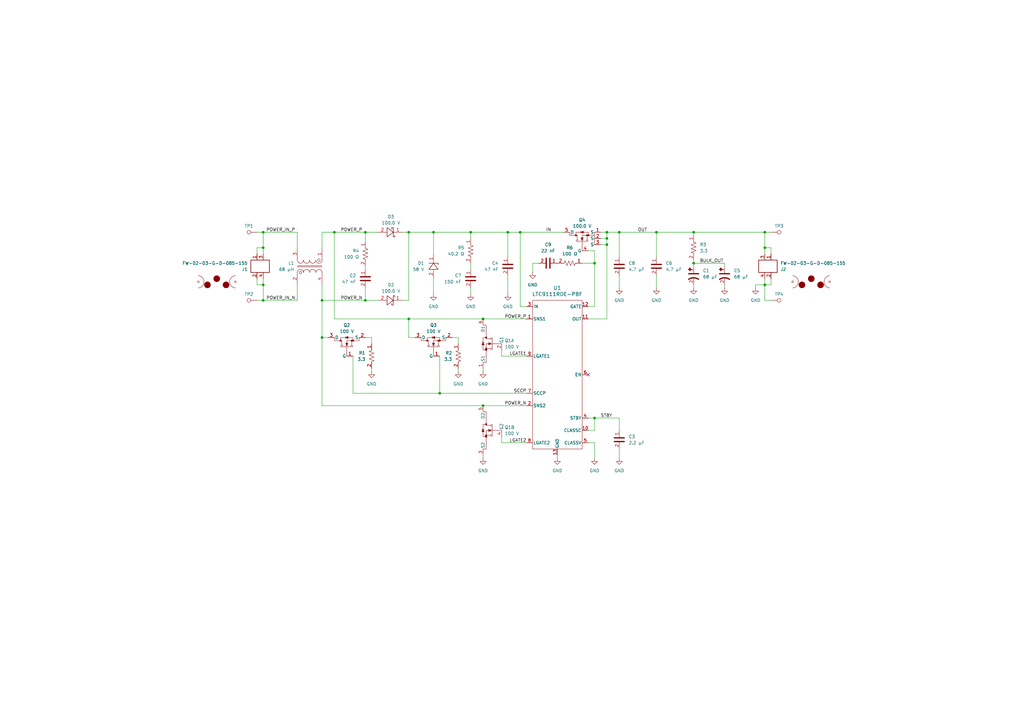
<source format=kicad_sch>
(kicad_sch (version 20231120) (generator "eeschema") (generator_version "8.0")
  (paper "A3")
  (lib_symbols
    (symbol "UNITED_CAPACITORS_DATA_BASE:C_50SVPK68M" (pin_names (offset 0.254))
      (property "Reference" "C" (at 0 5.08 0))
      (property "Value" "68 µF" (at 0 -5.08 0))
      (symbol "C_50SVPK68M_1_1"
        (pin unspecified line (at -3.81 0 0) (length 2.8) (name "") (number "1"))
        (pin unspecified line (at 3.81 0 180) (length 2.8) (name "") (number "2"))
      )
    )
    (symbol "UNITED_CAPACITORS_DATA_BASE:C_885012208119" (pin_names (offset 0.254))
      (property "Reference" "C" (at 0 5.08 0))
      (property "Value" "150 nF" (at 0 -5.08 0))
      (symbol "C_885012208119_1_1"
        (pin unspecified line (at -3.81 0 0) (length 2.8) (name "") (number "1"))
        (pin unspecified line (at 3.81 0 180) (length 2.8) (name "") (number "2"))
      )
    )
    (symbol "UNITED_CAPACITORS_DATA_BASE:C_C1608X7S2A473K080AB" (pin_names (offset 0.254))
      (property "Reference" "C" (at 0 5.08 0))
      (property "Value" "47 nF" (at 0 -5.08 0))
      (symbol "C_C1608X7S2A473K080AB_1_1"
        (pin unspecified line (at -3.81 0 0) (length 2.8) (name "") (number "1"))
        (pin unspecified line (at 3.81 0 180) (length 2.8) (name "") (number "2"))
      )
    )
    (symbol "UNITED_CAPACITORS_DATA_BASE:C_CGA3E2X7R2A223M080AA" (pin_names (offset 0.254))
      (property "Reference" "C" (at 0 5.08 0))
      (property "Value" "22 nF" (at 0 -5.08 0))
      (symbol "C_CGA3E2X7R2A223M080AA_1_1"
        (pin unspecified line (at -3.81 0 0) (length 2.8) (name "") (number "1"))
        (pin unspecified line (at 3.81 0 180) (length 2.8) (name "") (number "2"))
      )
    )
    (symbol "UNITED_CAPACITORS_DATA_BASE:C_GCM32DC72A475KE02L" (pin_names (offset 0.254))
      (property "Reference" "C" (at 0 5.08 0))
      (property "Value" "4.7 µF" (at 0 -5.08 0))
      (symbol "C_GCM32DC72A475KE02L_1_1"
        (pin unspecified line (at -3.81 0 0) (length 2.8) (name "") (number "1"))
        (pin unspecified line (at 3.81 0 180) (length 2.8) (name "") (number "2"))
      )
    )
    (symbol "UNITED_CAPACITORS_DATA_BASE:C_GRM155Z71A225KE44D" (pin_names (offset 0.254))
      (property "Reference" "C" (at 0 5.08 0))
      (property "Value" "2.2 µF" (at 0 -5.08 0))
      (symbol "C_GRM155Z71A225KE44D_1_1"
        (pin unspecified line (at -3.81 0 0) (length 2.8) (name "") (number "1"))
        (pin unspecified line (at 3.81 0 180) (length 2.8) (name "") (number "2"))
      )
    )
    (symbol "UNITED_CONNECTORS_DATA_BASE:J_FW-02-03-G-D-085-155" (pin_names (offset 0.254))
      (property "Reference" "J" (at 5.08 5.08 0))
      (property "Value" "FW-02-03-G-D-085-155" (at 5.08 -5.08 0))
      (symbol "J_FW-02-03-G-D-085-155_0_0"
        (pin unspecified line (at -5.08 1.27 0) (length 2.54) (name "") (number "1"))
        (pin unspecified line (at 5.08 1.27 180) (length 2.54) (name "") (number "2"))
        (pin unspecified line (at -5.08 -1.27 0) (length 2.54) (name "") (number "3"))
        (pin unspecified line (at 5.08 -1.27 180) (length 2.54) (name "") (number "4"))
      )
    )
    (symbol "UNITED_COUPLED_INDUCTORS_DATA_BASE:L_MSD1048-683ME" (pin_names (offset 0.254))
      (property "Reference" "L" (at 0 7.62 0))
      (property "Value" "68 µH" (at 0 -7.62 0))
      (symbol "L_MSD1048-683ME_1_1"
        (pin unspecified line (at -7.62 5.08 0) (length 5.08) (name "") (number "1"))
        (pin unspecified line (at 7.62 -5.08 180) (length 5.08) (name "") (number "2"))
        (pin unspecified line (at -7.62 -5.08 0) (length 5.08) (name "") (number "3"))
        (pin unspecified line (at 7.62 5.08 180) (length 5.08) (name "") (number "4"))
      )
    )
    (symbol "UNITED_DIODES_DATA_BASE:D_PMEG10020AELR" (pin_names (offset 0.254))
      (property "Reference" "D" (at 0 5.08 0))
      (property "Value" "100.0 V" (at 0 -5.08 0))
      (symbol "D_PMEG10020AELR_1_0"
        (pin unspecified line (at 5.08 0 180) (length 3.81) (name "") (number "1"))
        (pin unspecified line (at -5.08 0 0) (length 3.81) (name "") (number "2"))
      )
    )
    (symbol "UNITED_DIODES_DATA_BASE:D_PTVS58VP1UTP,115" (pin_names (offset 0.254))
      (property "Reference" "D" (at 0 5.08 0))
      (property "Value" "58 V" (at 0 -5.08 0))
      (symbol "D_PTVS58VP1UTP,115_1_0"
        (pin unspecified line (at 5.08 0 180) (length 3.81) (name "") (number "1"))
        (pin unspecified line (at -5.08 0 0) (length 3.81) (name "") (number "2"))
      )
    )
    (symbol "UNITED_IC_ADI:U_LTC9111RDE-PBF" (pin_names (offset 0.254))
      (property "Reference" "U" (at 10.16 33.02 0))
      (property "Value" "LTC9111RDE-PBF" (at 10.16 35.56 0))
      (symbol "U_LTC9111RDE-PBF_0_1"
        (pin input line (at -12.7 22.86 0) (length 2.54) (name "SNS1") (number "1"))
        (pin input line (at 12.7 -22.86 180) (length 2.54) (name "CLASSC") (number "10"))
        (pin power_in line (at 12.7 22.86 180) (length 2.54) (name "OUT") (number "11"))
        (pin power_in line (at 12.7 27.94 180) (length 2.54) (name "GATE") (number "12"))
        (pin power_out line (at 0 -33.02 90) (length 2.54) (name "GND") (number "13"))
        (pin input line (at -12.7 -12.7 0) (length 2.54) (name "SNS2") (number "2"))
        (pin power_in line (at -12.7 27.94 0) (length 2.54) (name "IN") (number "3"))
        (pin power_in line (at 12.7 -17.78 180) (length 2.54) (name "STBY") (number "4"))
        (pin input line (at 12.7 -27.94 180) (length 2.54) (name "CLASSV") (number "5"))
        (pin output line (at 12.7 0 180) (length 2.54) (name "EN") (number "6"))
        (pin power_in line (at -12.7 -7.62 0) (length 2.54) (name "SCCP") (number "7"))
        (pin power_in line (at -12.7 -27.94 0) (length 2.54) (name "LGATE2") (number "8"))
        (pin power_in line (at -12.7 7.62 0) (length 2.54) (name "LGATE1") (number "9"))
      )
    )
    (symbol "UNITED_MOUSE_BITES_DATA_BASE:mouse-bite-midle-50mil-200mil" (pin_names (offset 1.016)))
    (symbol "UNITED_RESISTORS_DATA_BASE:R_ERJ-3EKF1000V" (pin_names (offset 0.254))
      (property "Reference" "R" (at 0 2.54 0))
      (property "Value" "100 Ω" (at 0 -2.54 0))
      (symbol "R_ERJ-3EKF1000V_1_1"
        (pin unspecified line (at -5.08 0 0) (length 2.54) (name "") (number "1"))
        (pin unspecified line (at 5.08 0 180) (length 2.54) (name "") (number "2"))
      )
    )
    (symbol "UNITED_RESISTORS_DATA_BASE:R_ERJ-6DQJ3R3V" (pin_names (offset 0.254))
      (property "Reference" "R" (at 0 2.54 0))
      (property "Value" "3.3 Ω" (at 0 -2.54 0))
      (symbol "R_ERJ-6DQJ3R3V_1_1"
        (pin unspecified line (at -5.08 0 0) (length 2.54) (name "") (number "1"))
        (pin unspecified line (at 5.08 0 180) (length 2.54) (name "") (number "2"))
      )
    )
    (symbol "UNITED_RESISTORS_DATA_BASE:R_ERJ-6ENF40R2V" (pin_names (offset 0.254))
      (property "Reference" "R" (at 0 2.54 0))
      (property "Value" "40.2 Ω" (at 0 -2.54 0))
      (symbol "R_ERJ-6ENF40R2V_1_1"
        (pin unspecified line (at -5.08 0 0) (length 2.54) (name "") (number "1"))
        (pin unspecified line (at 5.08 0 180) (length 2.54) (name "") (number "2"))
      )
    )
    (symbol "UNITED_TEST_POINTS:TestPoint_Castelated" (pin_numbers hide) (pin_names (offset 0.762) hide)
      (property "Reference" "TP" (at 0 5.08 0))
      (symbol "TestPoint_Castelated_1_1"
        (pin passive line (at 0 0 90) (length 2.54) (name "1") (number "1"))
      )
    )
    (symbol "UNITED_TRANSISTORS_DATA_BASE:Q_BSS123WQ-7-F" (pin_names (offset 0.254))
      (property "Reference" "Q" (at 0 7.62 0))
      (property "Value" "100 V" (at 0 -7.62 0))
      (symbol "Q_BSS123WQ-7-F_1_0"
        (pin unspecified line (at 2.54 -6.35 180) (length 2.54) (name "G") (number "1"))
        (pin unspecified line (at 7.62 1.27 180) (length 2.54) (name "S") (number "2"))
        (pin unspecified line (at -7.62 1.27 0) (length 2.54) (name "D") (number "3"))
      )
    )
    (symbol "UNITED_TRANSISTORS_DATA_BASE:Q_BUK9K29-100E" (pin_names (offset 0.254))
      (property "Reference" "Q" (at 0 7.62 0))
      (property "Value" "100 V" (at 0 -7.62 0))
      (symbol "Q_BUK9K29-100E_1_0"
        (pin unspecified line (at 10.16 3.81 180) (length 2.54) (name "S1") (number "1"))
        (pin unspecified line (at 2.54 -3.81 180) (length 2.54) (name "G1") (number "2"))
        (pin unspecified line (at -10.16 3.81 0) (length 2.54) (name "D1") (number "6"))
      )
      (symbol "Q_BUK9K29-100E_2_0"
        (pin unspecified line (at 10.16 3.81 180) (length 2.54) (name "S2") (number "3"))
        (pin unspecified line (at 2.54 -3.81 180) (length 2.54) (name "G2") (number "4"))
        (pin unspecified line (at -10.16 3.81 0) (length 2.54) (name "D2") (number "5"))
      )
    )
    (symbol "UNITED_TRANSISTORS_DATA_BASE:Q_PSMN075-100MSEX" (pin_names (offset 0.254))
      (property "Reference" "Q" (at 0 7.62 0))
      (property "Value" "100.0 V" (at 0 -7.62 0))
      (symbol "Q_PSMN075-100MSEX_1_0"
        (pin unspecified line (at 7.62 1.27 180) (length 2.54) (name "S") (number "1"))
        (pin unspecified line (at 7.62 -1.27 180) (length 2.54) (name "S") (number "2"))
        (pin unspecified line (at 7.62 -3.81 180) (length 2.54) (name "S") (number "3"))
        (pin unspecified line (at 2.54 -6.35 180) (length 2.54) (name "G") (number "4"))
        (pin unspecified line (at -7.62 1.27 0) (length 2.54) (name "D") (number "5"))
      )
    )
    (symbol "power:GND" (power) (pin_numbers hide) (pin_names (offset 0) hide)
      (property "Value" "GND" (at 0 -3.81 0))
      (symbol "GND_1_1"
        (pin power_in line (at 0 0 270) (length 0) (name "~") (number "1"))
      )
    )
  )
  (junction (at 243.84 171.45))
  (junction (at 107.95 123.19))
  (junction (at 149.86 123.19))
  (junction (at 208.28 95.25))
  (junction (at 132.08 123.19))
  (junction (at 167.64 95.25))
  (junction (at 248.92 97.79))
  (junction (at 137.16 95.25))
  (junction (at 107.95 95.25))
  (junction (at 254 95.25))
  (junction (at 313.69 95.25))
  (junction (at 284.48 95.25))
  (junction (at 284.48 107.95))
  (junction (at 177.8 95.25))
  (junction (at 180.34 161.29))
  (junction (at 198.12 166.37))
  (junction (at 132.08 138.43))
  (junction (at 313.69 101.6))
  (junction (at 198.12 130.81))
  (junction (at 243.84 107.95))
  (junction (at 167.64 130.81))
  (junction (at 248.92 95.25))
  (junction (at 107.95 101.6))
  (junction (at 313.69 116.84))
  (junction (at 107.95 116.84))
  (junction (at 149.86 95.25))
  (junction (at 213.36 95.25))
  (junction (at 269.24 95.25))
  (junction (at 248.92 100.33))
  (junction (at 193.04 95.25))
  (no_connect (at 241.3 153.67))
  (wire (pts (xy 132.08 138.43) (xy 134.62 138.43)))
  (wire (pts (xy 198.12 186.69) (xy 198.12 187.96)))
  (wire (pts (xy 254 184.15) (xy 254 187.96)))
  (wire (pts (xy 167.64 130.81) (xy 167.64 138.43)))
  (wire (pts (xy 132.08 166.37) (xy 198.12 166.37)))
  (wire (pts (xy 152.4 140.97) (xy 152.4 138.43)))
  (wire (pts (xy 177.8 104.14) (xy 177.8 95.25)))
  (wire (pts (xy 193.04 118.11) (xy 193.04 120.65)))
  (wire (pts (xy 107.95 114.3) (xy 107.95 116.84)))
  (wire (pts (xy 269.24 95.25) (xy 284.48 95.25)))
  (wire (pts (xy 254 95.25) (xy 269.24 95.25)))
  (wire (pts (xy 105.41 95.25) (xy 107.95 95.25)))
  (wire (pts (xy 187.96 138.43) (xy 185.42 138.43)))
  (wire (pts (xy 152.4 151.13) (xy 152.4 152.4)))
  (wire (pts (xy 246.38 95.25) (xy 248.92 95.25)))
  (wire (pts (xy 218.44 107.95) (xy 218.44 111.76)))
  (wire (pts (xy 243.84 171.45) (xy 254 171.45)))
  (wire (pts (xy 137.16 130.81) (xy 167.64 130.81)))
  (wire (pts (xy 187.96 151.13) (xy 187.96 152.4)))
  (wire (pts (xy 284.48 96.52) (xy 284.48 95.25)))
  (wire (pts (xy 132.08 138.43) (xy 132.08 166.37)))
  (wire (pts (xy 149.86 95.25) (xy 154.94 95.25)))
  (wire (pts (xy 254 176.53) (xy 254 171.45)))
  (wire (pts (xy 243.84 171.45) (xy 243.84 176.53)))
  (wire (pts (xy 254 95.25) (xy 254 105.41)))
  (wire (pts (xy 284.48 95.25) (xy 313.69 95.25)))
  (wire (pts (xy 205.74 146.05) (xy 215.9 146.05)))
  (wire (pts (xy 269.24 95.25) (xy 269.24 105.41)))
  (wire (pts (xy 248.92 97.79) (xy 248.92 100.33)))
  (wire (pts (xy 213.36 95.25) (xy 213.36 125.73)))
  (wire (pts (xy 243.84 181.61) (xy 243.84 187.96)))
  (wire (pts (xy 107.95 104.14) (xy 107.95 101.6)))
  (wire (pts (xy 284.48 107.95) (xy 284.48 109.22)))
  (wire (pts (xy 105.41 101.6) (xy 107.95 101.6)))
  (wire (pts (xy 218.44 107.95) (xy 220.98 107.95)))
  (wire (pts (xy 313.69 114.3) (xy 313.69 116.84)))
  (wire (pts (xy 105.41 114.3) (xy 105.41 116.84)))
  (wire (pts (xy 167.64 95.25) (xy 167.64 123.19)))
  (wire (pts (xy 284.48 106.68) (xy 284.48 107.95)))
  (wire (pts (xy 309.88 118.11) (xy 309.88 116.84)))
  (wire (pts (xy 167.64 95.25) (xy 165.1 95.25)))
  (wire (pts (xy 248.92 95.25) (xy 254 95.25)))
  (wire (pts (xy 165.1 123.19) (xy 167.64 123.19)))
  (wire (pts (xy 149.86 123.19) (xy 154.94 123.19)))
  (wire (pts (xy 121.92 101.6) (xy 121.92 95.25)))
  (wire (pts (xy 180.34 161.29) (xy 180.34 146.05)))
  (wire (pts (xy 198.12 151.13) (xy 198.12 152.4)))
  (wire (pts (xy 241.3 130.81) (xy 248.92 130.81)))
  (wire (pts (xy 177.8 95.25) (xy 193.04 95.25)))
  (wire (pts (xy 248.92 97.79) (xy 248.92 95.25)))
  (wire (pts (xy 297.18 107.95) (xy 284.48 107.95)))
  (wire (pts (xy 208.28 113.03) (xy 208.28 120.65)))
  (wire (pts (xy 149.86 118.11) (xy 149.86 123.19)))
  (wire (pts (xy 248.92 97.79) (xy 246.38 97.79)))
  (wire (pts (xy 187.96 138.43) (xy 187.96 140.97)))
  (wire (pts (xy 243.84 181.61) (xy 241.3 181.61)))
  (wire (pts (xy 241.3 125.73) (xy 243.84 125.73)))
  (wire (pts (xy 167.64 138.43) (xy 170.18 138.43)))
  (wire (pts (xy 193.04 107.95) (xy 193.04 110.49)))
  (wire (pts (xy 137.16 95.25) (xy 137.16 130.81)))
  (wire (pts (xy 180.34 161.29) (xy 215.9 161.29)))
  (wire (pts (xy 309.88 116.84) (xy 313.69 116.84)))
  (wire (pts (xy 107.95 95.25) (xy 121.92 95.25)))
  (wire (pts (xy 248.92 100.33) (xy 246.38 100.33)))
  (wire (pts (xy 205.74 181.61) (xy 215.9 181.61)))
  (wire (pts (xy 132.08 123.19) (xy 132.08 138.43)))
  (wire (pts (xy 313.69 95.25) (xy 316.23 95.25)))
  (wire (pts (xy 132.08 116.84) (xy 132.08 123.19)))
  (wire (pts (xy 316.23 104.14) (xy 316.23 101.6)))
  (wire (pts (xy 167.64 130.81) (xy 198.12 130.81)))
  (wire (pts (xy 107.95 116.84) (xy 107.95 123.19)))
  (wire (pts (xy 297.18 116.84) (xy 297.18 118.11)))
  (wire (pts (xy 198.12 166.37) (xy 215.9 166.37)))
  (wire (pts (xy 205.74 143.51) (xy 205.74 146.05)))
  (wire (pts (xy 313.69 95.25) (xy 313.69 101.6)))
  (wire (pts (xy 254 113.03) (xy 254 118.11)))
  (wire (pts (xy 243.84 107.95) (xy 243.84 125.73)))
  (wire (pts (xy 121.92 116.84) (xy 121.92 123.19)))
  (wire (pts (xy 243.84 102.87) (xy 241.3 102.87)))
  (wire (pts (xy 105.41 104.14) (xy 105.41 101.6)))
  (wire (pts (xy 107.95 123.19) (xy 121.92 123.19)))
  (wire (pts (xy 231.14 95.25) (xy 213.36 95.25)))
  (wire (pts (xy 208.28 95.25) (xy 213.36 95.25)))
  (wire (pts (xy 297.18 109.22) (xy 297.18 107.95)))
  (wire (pts (xy 198.12 130.81) (xy 215.9 130.81)))
  (wire (pts (xy 105.41 123.19) (xy 107.95 123.19)))
  (wire (pts (xy 132.08 95.25) (xy 132.08 101.6)))
  (wire (pts (xy 228.6 186.69) (xy 228.6 187.96)))
  (wire (pts (xy 152.4 138.43) (xy 149.86 138.43)))
  (wire (pts (xy 313.69 116.84) (xy 316.23 116.84)))
  (wire (pts (xy 144.78 146.05) (xy 144.78 161.29)))
  (wire (pts (xy 313.69 116.84) (xy 313.69 123.19)))
  (wire (pts (xy 167.64 95.25) (xy 177.8 95.25)))
  (wire (pts (xy 284.48 116.84) (xy 284.48 118.11)))
  (wire (pts (xy 269.24 113.03) (xy 269.24 118.11)))
  (wire (pts (xy 313.69 104.14) (xy 313.69 101.6)))
  (wire (pts (xy 316.23 123.19) (xy 313.69 123.19)))
  (wire (pts (xy 144.78 161.29) (xy 180.34 161.29)))
  (wire (pts (xy 193.04 95.25) (xy 208.28 95.25)))
  (wire (pts (xy 149.86 95.25) (xy 149.86 99.06)))
  (wire (pts (xy 313.69 101.6) (xy 316.23 101.6)))
  (wire (pts (xy 213.36 125.73) (xy 215.9 125.73)))
  (wire (pts (xy 132.08 123.19) (xy 149.86 123.19)))
  (wire (pts (xy 243.84 171.45) (xy 241.3 171.45)))
  (wire (pts (xy 105.41 116.84) (xy 107.95 116.84)))
  (wire (pts (xy 193.04 95.25) (xy 193.04 97.79)))
  (wire (pts (xy 241.3 176.53) (xy 243.84 176.53)))
  (wire (pts (xy 248.92 130.81) (xy 248.92 100.33)))
  (wire (pts (xy 243.84 107.95) (xy 243.84 102.87)))
  (wire (pts (xy 205.74 181.61) (xy 205.74 179.07)))
  (wire (pts (xy 316.23 114.3) (xy 316.23 116.84)))
  (wire (pts (xy 107.95 95.25) (xy 107.95 101.6)))
  (wire (pts (xy 177.8 114.3) (xy 177.8 120.65)))
  (wire (pts (xy 238.76 107.95) (xy 243.84 107.95)))
  (wire (pts (xy 149.86 109.22) (xy 149.86 110.49)))
  (wire (pts (xy 137.16 95.25) (xy 149.86 95.25)))
  (wire (pts (xy 132.08 95.25) (xy 137.16 95.25)))
  (wire (pts (xy 208.28 95.25) (xy 208.28 105.41)))
  (label "POWER_IN_N" (at 109.22 123.19 0))
  (label "POWER_P" (at 139.7 95.25 0))
  (label "OUT" (at 261.62 95.25 0))
  (label "LGATE1" (at 215.9 146.05 180))
  (label "BULK_OUT" (at 287.02 107.95 0))
  (label "POWER_P" (at 215.9 130.81 180))
  (label "IN" (at 226.06 95.25 180))
  (label "SCCP" (at 215.9 161.29 180))
  (label "POWER_N" (at 139.7 123.19 0))
  (label "POWER_IN_P" (at 109.22 95.25 0))
  (label "STBY" (at 246.38 171.45 0))
  (label "LGATE2" (at 215.9 181.61 180))
  (label "POWER_N" (at 215.9 166.37 180))
  (symbol (lib_id "power:GND") (at 254 187.96 0) (unit 1)
    (property "Reference" "#PWR012" (effects (hide yes)))
    (property "Value" "GND" (at 254 193.04 0))
    (property "Description" "Power symbol creates a global label with name \"GND\" , ground" (effects (hide yes)))
  )
  (symbol (lib_id "UNITED_COUPLED_INDUCTORS_DATA_BASE:L_MSD1048-683ME") (at 127 109.22 270) (unit 1)
    (property "Reference" "L1" (at 120.65 107.9499 90) (effects (justify right)))
    (property "Value" "68 µH" (at 120.65 110.4899 90) (effects (justify right)))
    (property "Footprint" "coupled_inductor_footprints:MSD1048" (effects (hide yes)))
    (property "Datasheet" "https://www.coilcraft.com/getmedia/2945f640-8140-48a6-993e-28832f57720a/msd1048.pdf" (effects (hide yes)))
    (property "Description" "COUPLED INDUCTOR SMD 68 µH ±20%" (effects (hide yes)))
    (property "MPN" "MSD1048-683ME" (effects (hide yes)))
    (property "Manufacturer" "Coilcraft" (effects (hide yes)))
    (property "Maximum DC Current (A)" "1.4" (effects (hide yes)))
    (property "Maximum DC Resistance (Ω)" "0.297" (effects (hide yes)))
    (property "Series" "MSD1048" (effects (hide yes)))
    (property "Symbol Name" "L_MSD1048-683ME" (effects (hide yes)))
    (property "Tolerance" "±20%" (effects (hide yes)))
    (property "Trustedparts Search" "https://www.trustedparts.com/en/search/MSD1048-683ME" (effects (hide yes)))
  )
  (symbol (lib_id "power:GND") (at 208.28 120.65 0) (unit 1)
    (property "Reference" "#PWR07" (effects (hide yes)))
    (property "Value" "GND" (at 208.28 125.73 0))
    (property "Description" "Power symbol creates a global label with name \"GND\" , ground" (effects (hide yes)))
  )
  (symbol (lib_id "UNITED_CAPACITORS_DATA_BASE:C_C1608X7S2A473K080AB") (at 149.86 114.3 270) (unit 1)
    (property "Reference" "C2" (at 146.05 113.0299 90) (effects (justify right)))
    (property "Value" "47 nF" (at 146.05 115.5699 90) (effects (justify right)))
    (property "Footprint" "capacitor_footprints:C_0603_1608Metric" (effects (hide yes)))
    (property "Datasheet" "https://product.tdk.com/en/search/capacitor/ceramic/mlcc/info?part_no=C1608X7S2A473K080AB" (effects (hide yes)))
    (property "Description" "CAP SMD 47 nF X7S 10% 0603 100V" (effects (hide yes)))
    (property "MPN" "C1608X7S2A473K080AB" (effects (hide yes)))
    (property "Voltage Rating DC" "100 VDC " (effects (hide yes)))
    (property "Tolerance" "10%" (effects (hide yes)))
    (property "Symbol Name" "C_C1608X7S2A473K080AB" (effects (hide yes)))
    (property "Manufacturer" "TDK" (effects (hide yes)))
    (property "Case Code - in" "0603" (effects (hide yes)))
    (property "Case Code - mm" "1608" (effects (hide yes)))
    (property "Dielectric" "X7S" (effects (hide yes)))
    (property "Series" "C1608X7S2A" (effects (hide yes)))
    (property "Trustedparts Search" "https://www.trustedparts.com/en/search/C1608X7S2A473K080AB" (effects (hide yes)))
    (property "Voltage Rating" "100V" (effects (hide yes)))
  )
  (symbol (lib_id "UNITED_MOUSE_BITES_DATA_BASE:mouse-bite-midle-50mil-200mil") (at 88.9 115.57 0) (unit 1)
    (property "Reference" "MB1" (effects (hide yes)))
    (property "Value" "mouse-bite-midle-50mil-200mil" (effects (hide yes)))
    (property "Footprint" "mouse_bite_footprints:mouse-bite-midle-50mil-200mil" (effects (hide yes)))
  )
  (symbol (lib_id "power:GND") (at 218.44 111.76 0) (unit 1)
    (property "Reference" "#PWR08" (effects (hide yes)))
    (property "Value" "GND" (at 218.44 116.84 0))
    (property "Description" "Power symbol creates a global label with name \"GND\" , ground" (effects (hide yes)))
  )
  (symbol (lib_id "power:GND") (at 284.48 118.11 0) (unit 1)
    (property "Reference" "#PWR014" (effects (hide yes)))
    (property "Value" "GND" (at 284.48 123.19 0))
    (property "Description" "Power symbol creates a global label with name \"GND\" , ground" (effects (hide yes)))
  )
  (symbol (lib_id "UNITED_RESISTORS_DATA_BASE:R_ERJ-6DQJ3R3V") (at 187.96 146.05 90) (mirror x) (unit 1)
    (property "Reference" "R2" (at 185.42 144.7799 90) (effects (justify left)))
    (property "Value" "3.3" (at 185.42 147.3199 90) (effects (justify left)))
    (property "Footprint" "resistor_footprints:R_0805_2012Metric" (effects (hide yes)))
    (property "Datasheet" "https://industrial.panasonic.com/cdbs/www-data/pdf/RDN0000/AOA0000C313.pdf" (effects (hide yes)))
    (property "Description" "RES SMD 3.3 Ω 5% 0805 150V" (effects (hide yes)))
    (property "MPN" "ERJ-6DQJ3R3V" (effects (hide yes)))
    (property "Voltage Rating" "150V" (effects (hide yes)))
    (property "Manufacturer" "Panasonic" (effects (hide yes)))
    (property "Tolerance" "5%" (effects (hide yes)))
    (property "Symbol Name" "R_ERJ-6DQJ3R3V" (effects (hide yes)))
    (property "Case Code - in" "0805" (effects (hide yes)))
    (property "Case Code - mm" "2012" (effects (hide yes)))
    (property "Series" "ERJ-6DQJ" (effects (hide yes)))
    (property "Temperature Coefficient" "100 ppm/°C" (effects (hide yes)))
    (property "Trustedparts Search" "https://www.trustedparts.com/en/search/ERJ-6DQJ3R3V" (effects (hide yes)))
  )
  (symbol (lib_id "UNITED_RESISTORS_DATA_BASE:R_ERJ-6DQJ3R3V") (at 152.4 146.05 90) (mirror x) (unit 1)
    (property "Reference" "R1" (at 149.86 144.7799 90) (effects (justify left)))
    (property "Value" "3.3" (at 149.86 147.3199 90) (effects (justify left)))
    (property "Footprint" "resistor_footprints:R_0805_2012Metric" (effects (hide yes)))
    (property "Datasheet" "https://industrial.panasonic.com/cdbs/www-data/pdf/RDN0000/AOA0000C313.pdf" (effects (hide yes)))
    (property "Description" "RES SMD 3.3 Ω 5% 0805 150V" (effects (hide yes)))
    (property "MPN" "ERJ-6DQJ3R3V" (effects (hide yes)))
    (property "Voltage Rating" "150V" (effects (hide yes)))
    (property "Manufacturer" "Panasonic" (effects (hide yes)))
    (property "Tolerance" "5%" (effects (hide yes)))
    (property "Symbol Name" "R_ERJ-6DQJ3R3V" (effects (hide yes)))
    (property "Case Code - in" "0805" (effects (hide yes)))
    (property "Case Code - mm" "2012" (effects (hide yes)))
    (property "Series" "ERJ-6DQJ" (effects (hide yes)))
    (property "Temperature Coefficient" "100 ppm/°C" (effects (hide yes)))
    (property "Trustedparts Search" "https://www.trustedparts.com/en/search/ERJ-6DQJ3R3V" (effects (hide yes)))
  )
  (symbol (lib_id "power:GND") (at 243.84 187.96 0) (unit 1)
    (property "Reference" "#PWR010" (effects (hide yes)))
    (property "Value" "GND" (at 243.84 193.04 0))
    (property "Description" "Power symbol creates a global label with name \"GND\" , ground" (effects (hide yes)))
  )
  (symbol (lib_id "power:GND") (at 254 118.11 0) (unit 1)
    (property "Reference" "#PWR011" (effects (hide yes)))
    (property "Value" "GND" (at 254 123.19 0))
    (property "Description" "Power symbol creates a global label with name \"GND\" , ground" (effects (hide yes)))
  )
  (symbol (lib_id "UNITED_DIODES_DATA_BASE:D_PMEG10020AELR") (at 160.02 95.25 0) (unit 1)
    (property "Reference" "D3" (at 160.3375 88.9 0))
    (property "Value" "100.0 V" (at 160.3375 91.44 0))
    (property "Footprint" "diode_footprints:SOD123W" (effects (hide yes)))
    (property "Datasheet" "https://assets.nexperia.com/documents/data-sheet/PMEG10020AELR.pdf" (effects (hide yes)))
    (property "Description" "Schottky SMD 100.0 V" (effects (hide yes)))
    (property "Diode Type" "Schottky" (effects (hide yes)))
    (property "MPN" "PMEG10020AELR" (effects (hide yes)))
    (property "Manufacturer" "Nexperia" (effects (hide yes)))
    (property "Maximum DC Current (A)" "2.0" (effects (hide yes)))
    (property "Series" "PMEG10020AELR" (effects (hide yes)))
    (property "Symbol Name" "D_PMEG10020AELR" (effects (hide yes)))
    (property "Trustedparts Search" "https://www.trustedparts.com/en/search/PMEG10020AELR" (effects (hide yes)))
  )
  (symbol (lib_id "UNITED_RESISTORS_DATA_BASE:R_ERJ-6DQJ3R3V") (at 284.48 101.6 270) (unit 1)
    (property "Reference" "R3" (at 287.02 100.3299 90) (effects (justify left)))
    (property "Value" "3.3" (at 287.02 102.8699 90) (effects (justify left)))
    (property "Footprint" "resistor_footprints:R_0805_2012Metric" (effects (hide yes)))
    (property "Datasheet" "https://industrial.panasonic.com/cdbs/www-data/pdf/RDN0000/AOA0000C313.pdf" (effects (hide yes)))
    (property "Description" "RES SMD 3.3 Ω 5% 0805 150V" (effects (hide yes)))
    (property "MPN" "ERJ-6DQJ3R3V" (effects (hide yes)))
    (property "Voltage Rating" "150V" (effects (hide yes)))
    (property "Manufacturer" "Panasonic" (effects (hide yes)))
    (property "Tolerance" "5%" (effects (hide yes)))
    (property "Symbol Name" "R_ERJ-6DQJ3R3V" (effects (hide yes)))
    (property "Case Code - in" "0805" (effects (hide yes)))
    (property "Case Code - mm" "2012" (effects (hide yes)))
    (property "Series" "ERJ-6DQJ" (effects (hide yes)))
    (property "Temperature Coefficient" "100 ppm/°C" (effects (hide yes)))
    (property "Trustedparts Search" "https://www.trustedparts.com/en/search/ERJ-6DQJ3R3V" (effects (hide yes)))
  )
  (symbol (lib_id "UNITED_IC_ADI:U_LTC9111RDE-PBF") (at 228.6 153.67 0) (unit 1)
    (property "Reference" "U1" (at 228.6 118.11 0) (effects (font (size 1.524 1.524))))
    (property "Value" "LTC9111RDE-PBF" (at 228.6 120.65 0) (effects (font (size 1.524 1.524))))
    (property "Footprint" "analog_devices_footprints:05-08-1695_ADI" (effects (hide yes)))
    (property "Datasheet" "https://www.analog.com/media/en/technical-documentation/data-sheets/ltc9111.pdf" (effects (hide yes)))
    (property "Description" "Industrial SPoE PD Controller" (effects (hide yes)))
    (property "MPN" "LTC9111RDE-PBF" (effects (hide yes)))
  )
  (symbol (lib_id "UNITED_RESISTORS_DATA_BASE:R_ERJ-6ENF40R2V") (at 193.04 102.87 270) (unit 1)
    (property "Reference" "R5" (at 190.5 101.5999 90) (effects (justify right)))
    (property "Value" "40.2 Ω" (at 190.5 104.1399 90) (effects (justify right)))
    (property "Footprint" "resistor_footprints:R_0805_2012Metric" (effects (hide yes)))
    (property "Datasheet" "https://industrial.panasonic.com/cdbs/www-data/pdf/RDA0000/AOA0000C304.pdf" (effects (hide yes)))
    (property "Description" "RES SMD 40.2 Ω 1% 0805 150V" (effects (hide yes)))
    (property "MPN" "ERJ-6ENF40R2V" (effects (hide yes)))
    (property "Voltage Rating" "150V" (effects (hide yes)))
    (property "Manufacturer" "Panasonic" (effects (hide yes)))
    (property "Tolerance" "1%" (effects (hide yes)))
    (property "Symbol Name" "R_ERJ-6ENF40R2V" (effects (hide yes)))
    (property "Case Code - in" "0805" (effects (hide yes)))
    (property "Case Code - mm" "2012" (effects (hide yes)))
    (property "Series" "ERJ-6ENF" (effects (hide yes)))
    (property "Temperature Coefficient" "100 ppm/°C" (effects (hide yes)))
    (property "Trustedparts Search" "https://www.trustedparts.com/en/search/ERJ-6ENF40R2V" (effects (hide yes)))
  )
  (symbol (lib_id "UNITED_CONNECTORS_DATA_BASE:J_FW-02-03-G-D-085-155") (at 106.68 109.22 90) (mirror x) (unit 1)
    (property "Reference" "J1" (at 101.6 110.4901 90) (effects (justify left)))
    (property "Value" "FW-02-03-G-D-085-155" (at 101.6 107.9501 90) (effects (justify left)))
    (property "Footprint" "connector_footprints:FW-02-03-G-D-085-155" (effects (hide yes)))
    (property "Datasheet" "https://suddendocs.samtec.com/catalog_english/fw_sm.pdf?_gl=1*1xtxv9c*_gcl_au*MTM0MTYyNTQ5MS4xNzM2MDk5MTUz*_ga*MTYxNDYyMTQ0Mi4xNzM2MDk5MTUz*_ga_3KFNZC07WW*MTczODE2NTI0NS4zMi4xLjE3MzgxNjU1NjMuNjAuMC4w" (effects (hide yes)))
    (property "Description" "Samtec FW-xx-03-G-D-085-155 series,  2 positions connector,  1.27 mm pitch,  Black,  Vertical mounting,  5.2 A,  300 V,  Surface Mount,  Gold plated" (effects (hide yes)))
    (property "Color" "Black" (effects (hide yes)))
    (property "Contact Plating" "Gold" (effects (hide yes)))
    (property "Current Rating (A)" "5.2" (effects (hide yes)))
    (property "MPN" "FW-02-03-G-D-085-155" (effects (hide yes)))
    (property "Manufacturer" "Samtec" (effects (hide yes)))
    (property "Mounting Angle" "Vertical" (effects (hide yes)))
    (property "Mounting Style" "Surface Mount" (effects (hide yes)))
    (property "Number of Rows" "2" (effects (hide yes)))
    (property "Pin Count" "2" (effects (hide yes)))
    (property "Pitch (mm)" "1.27" (effects (hide yes)))
    (property "Series" "FW-xx-03-G-D-085-155" (effects (hide yes)))
    (property "Symbol Name" "J_FW-02-03-G-D-085-155" (effects (hide yes)))
    (property "Trustedparts Search" "https://www.trustedparts.com/en/search/FW-02-03-G-D-085-155" (effects (hide yes)))
    (property "Voltage Rating (V)" "300" (effects (hide yes)))
  )
  (symbol (lib_id "power:GND") (at 198.12 152.4 0) (unit 1)
    (property "Reference" "#PWR05" (effects (hide yes)))
    (property "Value" "GND" (at 198.12 157.48 0))
    (property "Description" "Power symbol creates a global label with name \"GND\" , ground" (effects (hide yes)))
  )
  (symbol (lib_id "UNITED_RESISTORS_DATA_BASE:R_ERJ-3EKF1000V") (at 149.86 104.14 270) (unit 1)
    (property "Reference" "R4" (at 147.32 102.8699 90) (effects (justify right)))
    (property "Value" "100 Ω" (at 147.32 105.4099 90) (effects (justify right)))
    (property "Footprint" "resistor_footprints:R_0603_1608Metric" (effects (hide yes)))
    (property "Datasheet" "https://industrial.panasonic.com/cdbs/www-data/pdf/RDA0000/AOA0000C304.pdf" (effects (hide yes)))
    (property "Description" "RES SMD 100 Ω 1% 0603 75V" (effects (hide yes)))
    (property "MPN" "ERJ-3EKF1000V" (effects (hide yes)))
    (property "Voltage Rating" "75V" (effects (hide yes)))
    (property "Manufacturer" "Panasonic" (effects (hide yes)))
    (property "Tolerance" "1%" (effects (hide yes)))
    (property "Symbol Name" "R_ERJ-3EKF1000V" (effects (hide yes)))
    (property "Case Code - in" "0603" (effects (hide yes)))
    (property "Case Code - mm" "1608" (effects (hide yes)))
    (property "Series" "ERJ-3EKF" (effects (hide yes)))
    (property "Temperature Coefficient" "100 ppm/°C" (effects (hide yes)))
    (property "Trustedparts Search" "https://www.trustedparts.com/en/search/ERJ-3EKF1000V" (effects (hide yes)))
  )
  (symbol (lib_id "UNITED_CAPACITORS_DATA_BASE:C_885012208119") (at 193.04 114.3 90) (mirror x) (unit 1)
    (property "Reference" "C7" (at 189.23 113.0299 90) (effects (justify left)))
    (property "Value" "150 nF" (at 189.23 115.5699 90) (effects (justify left)))
    (property "Footprint" "capacitor_footprints:C_1206_3216Metric" (effects (hide yes)))
    (property "Datasheet" "https://www.we-online.com/components/products/datasheet/885012208119.pdf885012208119" (effects (hide yes)))
    (property "Description" "CAP SMD 150 nF X7R 10% 1206 100V" (effects (hide yes)))
    (property "MPN" "885012208119" (effects (hide yes)))
    (property "Voltage Rating DC" "100 VDC " (effects (hide yes)))
    (property "Tolerance" "10%" (effects (hide yes)))
    (property "Symbol Name" "C_885012208119" (effects (hide yes)))
    (property "Manufacturer" "Wurth Elektronik" (effects (hide yes)))
    (property "Case Code - in" "1206" (effects (hide yes)))
    (property "Case Code - mm" "3216" (effects (hide yes)))
    (property "Dielectric" "X7R" (effects (hide yes)))
    (property "Series" "885012208119" (effects (hide yes)))
    (property "Trustedparts Search" "https://www.trustedparts.com/en/search/885012208119" (effects (hide yes)))
    (property "Voltage Rating" "100V" (effects (hide yes)))
  )
  (symbol (lib_id "UNITED_CAPACITORS_DATA_BASE:C_GCM32DC72A475KE02L") (at 269.24 109.22 270) (unit 1)
    (property "Reference" "C6" (at 273.05 107.9499 90) (effects (justify left)))
    (property "Value" "4.7 µF" (at 273.05 110.4899 90) (effects (justify left)))
    (property "Footprint" "capacitor_footprints:C_1210_200_3225Metric" (effects (hide yes)))
    (property "Datasheet" "https://search.murata.co.jp/Ceramy/image/img/A01X/G101/ENG/GCM32DC72A475KE02-01.pdf" (effects (hide yes)))
    (property "Description" "CAP SMD 4.7 µF X7S 10% 1210_200 100V" (effects (hide yes)))
    (property "MPN" "GCM32DC72A475KE02L" (effects (hide yes)))
    (property "Voltage Rating DC" "100 VDC " (effects (hide yes)))
    (property "Tolerance" "10%" (effects (hide yes)))
    (property "Symbol Name" "C_GCM32DC72A475KE02L" (effects (hide yes)))
    (property "Manufacturer" "Murata Electronics" (effects (hide yes)))
    (property "Case Code - in" "1210_200" (effects (hide yes)))
    (property "Case Code - mm" "3225" (effects (hide yes)))
    (property "Dielectric" "X7S" (effects (hide yes)))
    (property "Series" "GCM32DC72A" (effects (hide yes)))
    (property "Trustedparts Search" "https://www.trustedparts.com/en/search/GCM32DC72A475KE02L" (effects (hide yes)))
    (property "Voltage Rating" "100V" (effects (hide yes)))
    (property "3dviewer Link" "https://3dviewer.net/index.html#model=https://github.com/ionutms/KiCAD_Symbols_Generator/blob/main/3D_models/C_1210.step" (effects (hide yes)))
    (property "Capacitor Type" "Ceramic" (effects (hide yes)))
  )
  (symbol (lib_id "UNITED_TEST_POINTS:TestPoint_Castelated") (at 316.23 95.25 270) (mirror x) (unit 1)
    (property "Reference" "TP3" (at 319.532 92.71 90))
    (property "Value" "TestPoint" (effects (hide yes)))
    (property "Footprint" "test_point_footprints:TestPoint_THTPad_Castelated" (effects (hide yes)))
    (property "Description" "test point" (effects (hide yes)))
  )
  (symbol (lib_id "UNITED_DIODES_DATA_BASE:D_PMEG10020AELR") (at 160.02 123.19 0) (mirror x) (unit 1)
    (property "Reference" "D2" (at 160.3375 116.84 0))
    (property "Value" "100.0 V" (at 160.3375 119.38 0))
    (property "Footprint" "diode_footprints:SOD123W" (effects (hide yes)))
    (property "Datasheet" "https://assets.nexperia.com/documents/data-sheet/PMEG10020AELR.pdf" (effects (hide yes)))
    (property "Description" "Schottky SMD 100.0 V" (effects (hide yes)))
    (property "Diode Type" "Schottky" (effects (hide yes)))
    (property "MPN" "PMEG10020AELR" (effects (hide yes)))
    (property "Manufacturer" "Nexperia" (effects (hide yes)))
    (property "Maximum DC Current (A)" "2.0" (effects (hide yes)))
    (property "Series" "PMEG10020AELR" (effects (hide yes)))
    (property "Symbol Name" "D_PMEG10020AELR" (effects (hide yes)))
    (property "Trustedparts Search" "https://www.trustedparts.com/en/search/PMEG10020AELR" (effects (hide yes)))
  )
  (symbol (lib_id "power:GND") (at 193.04 120.65 0) (unit 1)
    (property "Reference" "#PWR04" (effects (hide yes)))
    (property "Value" "GND" (at 193.04 125.73 0))
    (property "Description" "Power symbol creates a global label with name \"GND\" , ground" (effects (hide yes)))
  )
  (symbol (lib_id "UNITED_TRANSISTORS_DATA_BASE:Q_BSS123WQ-7-F") (at 177.8 139.7 0) (unit 1)
    (property "Reference" "Q3" (at 177.8 133.35 0))
    (property "Value" "100 V" (at 177.8 135.89 0))
    (property "Footprint" "transistor_footprints:SOT-323" (effects (hide yes)))
    (property "Datasheet" "https://www.diodes.com/assets/Datasheets/BSS123WQ.pdf" (effects (hide yes)))
    (property "Description" "Transistor 100 V" (effects (hide yes)))
    (property "MPN" "BSS123WQ-7-F" (effects (hide yes)))
    (property "Drain Current (A)" "0.2" (effects (hide yes)))
    (property "Manufacturer" "Diodes Incorporated" (effects (hide yes)))
    (property "Series" "BSS123WQ-7-F" (effects (hide yes)))
    (property "Symbol Name" "Q_BSS123WQ-7-F" (effects (hide yes)))
    (property "Transistor Type" "N-Channel" (effects (hide yes)))
    (property "Trustedparts Search" "https://www.trustedparts.com/en/search/BSS123WQ-7-F" (effects (hide yes)))
  )
  (symbol (lib_id "UNITED_CONNECTORS_DATA_BASE:J_FW-02-03-G-D-085-155") (at 314.96 109.22 270) (unit 1)
    (property "Reference" "J2" (at 320.04 110.4901 90) (effects (justify left)))
    (property "Value" "FW-02-03-G-D-085-155" (at 320.04 107.9501 90) (effects (justify left)))
    (property "Footprint" "connector_footprints:FW-02-03-G-D-085-155" (effects (hide yes)))
    (property "Datasheet" "https://suddendocs.samtec.com/catalog_english/fw_sm.pdf?_gl=1*1xtxv9c*_gcl_au*MTM0MTYyNTQ5MS4xNzM2MDk5MTUz*_ga*MTYxNDYyMTQ0Mi4xNzM2MDk5MTUz*_ga_3KFNZC07WW*MTczODE2NTI0NS4zMi4xLjE3MzgxNjU1NjMuNjAuMC4w" (effects (hide yes)))
    (property "Description" "Samtec FW-xx-03-G-D-085-155 series,  2 positions connector,  1.27 mm pitch,  Black,  Vertical mounting,  5.2 A,  300 V,  Surface Mount,  Gold plated" (effects (hide yes)))
    (property "Color" "Black" (effects (hide yes)))
    (property "Contact Plating" "Gold" (effects (hide yes)))
    (property "Current Rating (A)" "5.2" (effects (hide yes)))
    (property "MPN" "FW-02-03-G-D-085-155" (effects (hide yes)))
    (property "Manufacturer" "Samtec" (effects (hide yes)))
    (property "Mounting Angle" "Vertical" (effects (hide yes)))
    (property "Mounting Style" "Surface Mount" (effects (hide yes)))
    (property "Number of Rows" "2" (effects (hide yes)))
    (property "Pin Count" "2" (effects (hide yes)))
    (property "Pitch (mm)" "1.27" (effects (hide yes)))
    (property "Series" "FW-xx-03-G-D-085-155" (effects (hide yes)))
    (property "Symbol Name" "J_FW-02-03-G-D-085-155" (effects (hide yes)))
    (property "Trustedparts Search" "https://www.trustedparts.com/en/search/FW-02-03-G-D-085-155" (effects (hide yes)))
    (property "Voltage Rating (V)" "300" (effects (hide yes)))
  )
  (symbol (lib_id "power:GND") (at 297.18 118.11 0) (unit 1)
    (property "Reference" "#PWR015" (effects (hide yes)))
    (property "Value" "GND" (at 297.18 123.19 0))
    (property "Description" "Power symbol creates a global label with name \"GND\" , ground" (effects (hide yes)))
  )
  (symbol (lib_id "UNITED_DIODES_DATA_BASE:D_PTVS58VP1UTP,115") (at 177.8 109.22 90) (unit 1)
    (property "Reference" "D1" (at 173.99 107.9499 90) (effects (justify left)))
    (property "Value" "58 V" (at 173.99 110.4899 90) (effects (justify left)))
    (property "Footprint" "diode_footprints:SOD128" (effects (hide yes)))
    (property "Datasheet" "https://assets.nexperia.com/documents/data-sheet/PTVSXP1UTP_SER.pdf" (effects (hide yes)))
    (property "Description" "TVS SMD 58 V" (effects (hide yes)))
    (property "Diode Type" "TVS" (effects (hide yes)))
    (property "MPN" "PTVS58VP1UTP,115" (effects (hide yes)))
    (property "Manufacturer" "Nexperia" (effects (hide yes)))
    (property "Maximum DC Current (A)" "0.0" (effects (hide yes)))
    (property "Series" "PTVS" (effects (hide yes)))
    (property "Symbol Name" "D_PTVS58VP1UTP,115" (effects (hide yes)))
    (property "Trustedparts Search" "https://www.trustedparts.com/en/search/PTVS58VP1UTP,115" (effects (hide yes)))
  )
  (symbol (lib_id "UNITED_TEST_POINTS:TestPoint_Castelated") (at 316.23 123.19 270) (mirror x) (unit 1)
    (property "Reference" "TP4" (at 319.532 120.65 90))
    (property "Value" "TestPoint" (effects (hide yes)))
    (property "Footprint" "test_point_footprints:TestPoint_THTPad_Castelated" (effects (hide yes)))
    (property "Description" "test point" (effects (hide yes)))
  )
  (symbol (lib_id "UNITED_CAPACITORS_DATA_BASE:C_CGA3E2X7R2A223M080AA") (at 224.79 107.95 180) (unit 1)
    (property "Reference" "C9" (at 224.79 100.33 0))
    (property "Value" "22 nF" (at 224.79 102.87 0))
    (property "Footprint" "capacitor_footprints:C_0603_1608Metric" (effects (hide yes)))
    (property "Datasheet" "https://product.tdk.com/en/search/capacitor/ceramic/mlcc/info?part_no=CGA3E2X7R2A223M080AA" (effects (hide yes)))
    (property "Description" "CAP SMD 22 nF X7R 20% 0603 100V" (effects (hide yes)))
    (property "MPN" "CGA3E2X7R2A223M080AA" (effects (hide yes)))
    (property "Voltage Rating DC" "100 VDC " (effects (hide yes)))
    (property "Tolerance" "20%" (effects (hide yes)))
    (property "Symbol Name" "C_CGA3E2X7R2A223M080AA" (effects (hide yes)))
    (property "Manufacturer" "TDK" (effects (hide yes)))
    (property "Case Code - in" "0603" (effects (hide yes)))
    (property "Case Code - mm" "1608" (effects (hide yes)))
    (property "Dielectric" "X7R" (effects (hide yes)))
    (property "Series" "CGA3E2X7R2A" (effects (hide yes)))
    (property "Trustedparts Search" "https://www.trustedparts.com/en/search/CGA3E2X7R2A223M080AA" (effects (hide yes)))
    (property "Voltage Rating" "100V" (effects (hide yes)))
  )
  (symbol (lib_id "power:GND") (at 309.88 118.11 0) (unit 1)
    (property "Reference" "#PWR016" (effects (hide yes)))
    (property "Value" "GND" (at 309.88 123.19 0))
    (property "Description" "Power symbol creates a global label with name \"GND\" , ground" (effects (hide yes)))
  )
  (symbol (lib_id "UNITED_TRANSISTORS_DATA_BASE:Q_BUK9K29-100E") (at 201.93 140.97 90) (mirror x) (unit 1)
    (property "Reference" "Q1" (at 207.01 139.6999 90) (effects (justify right)))
    (property "Value" "100 V" (at 207.01 142.2399 90) (effects (justify right)))
    (property "Footprint" "transistor_footprints:LFPAK56D-8" (effects (hide yes)))
    (property "Datasheet" "https://assets.nexperia.com/documents/data-sheet/BUK9K29-100E.pdf" (effects (hide yes)))
    (property "Description" "Transistor 100 V" (effects (hide yes)))
    (property "MPN" "BUK9K29-100E" (effects (hide yes)))
    (property "Drain Current (A)" "30.0" (effects (hide yes)))
    (property "Manufacturer" "Nexperia" (effects (hide yes)))
    (property "Series" "BUK9K29-100E" (effects (hide yes)))
    (property "Symbol Name" "Q_BUK9K29-100E" (effects (hide yes)))
    (property "Transistor Type" "N-Channel Dual" (effects (hide yes)))
    (property "Trustedparts Search" "https://www.trustedparts.com/en/search/BUK9K29-100E" (effects (hide yes)))
  )
  (symbol (lib_id "power:GND") (at 152.4 152.4 0) (mirror y) (unit 1)
    (property "Reference" "#PWR01" (effects (hide yes)))
    (property "Value" "GND" (at 152.4 157.48 0))
    (property "Description" "Power symbol creates a global label with name \"GND\" , ground" (effects (hide yes)))
  )
  (symbol (lib_id "UNITED_TEST_POINTS:TestPoint_Castelated") (at 105.41 95.25 90) (unit 1)
    (property "Reference" "TP1" (at 102.108 92.71 90))
    (property "Value" "TestPoint" (effects (hide yes)))
    (property "Footprint" "test_point_footprints:TestPoint_THTPad_Castelated" (effects (hide yes)))
    (property "Description" "test point" (effects (hide yes)))
  )
  (symbol (lib_id "UNITED_CAPACITORS_DATA_BASE:C_50SVPK68M") (at 297.18 113.03 270) (unit 1)
    (property "Reference" "C5" (at 300.99 110.9979 90) (effects (justify left)))
    (property "Value" "68 µF" (at 300.99 113.5379 90) (effects (justify left)))
    (property "Footprint" "capacitor_footprints:C_026x026x0236_6_6x6_6x6_0Metric" (effects (hide yes)))
    (property "Datasheet" "https://industrial.panasonic.com/cdbs/www-data/pdf/AAB8000/AAB8000C226.pdf50SVPK68M" (effects (hide yes)))
    (property "Description" "CAP SMD 68 µF Polymer 20% 026x026x0236 50V" (effects (hide yes)))
    (property "Capacitor Type" "Polymer" (effects (hide yes)))
    (property "Case Code - in" "026x026x0236" (effects (hide yes)))
    (property "Case Code - mm" "6_6x6_6x6_0" (effects (hide yes)))
    (property "Dielectric" "Polymer" (effects (hide yes)))
    (property "MPN" "50SVPK68M" (effects (hide yes)))
    (property "Manufacturer" "Panasonic" (effects (hide yes)))
    (property "Series" "50SVPK" (effects (hide yes)))
    (property "Symbol Name" "C_50SVPK68M" (effects (hide yes)))
    (property "Tolerance" "20%" (effects (hide yes)))
    (property "Trustedparts Search" "https://www.trustedparts.com/en/search/50SVPK68M" (effects (hide yes)))
    (property "Voltage Rating" "50V" (effects (hide yes)))
  )
  (symbol (lib_id "UNITED_CAPACITORS_DATA_BASE:C_50SVPK68M") (at 284.48 113.03 270) (unit 1)
    (property "Reference" "C1" (at 288.29 110.9979 90) (effects (justify left)))
    (property "Value" "68 µF" (at 288.29 113.5379 90) (effects (justify left)))
    (property "Footprint" "capacitor_footprints:C_026x026x0236_6_6x6_6x6_0Metric" (effects (hide yes)))
    (property "Datasheet" "https://industrial.panasonic.com/cdbs/www-data/pdf/AAB8000/AAB8000C226.pdf50SVPK68M" (effects (hide yes)))
    (property "Description" "CAP SMD 68 µF Polymer 20% 026x026x0236 50V" (effects (hide yes)))
    (property "Capacitor Type" "Polymer" (effects (hide yes)))
    (property "Case Code - in" "026x026x0236" (effects (hide yes)))
    (property "Case Code - mm" "6_6x6_6x6_0" (effects (hide yes)))
    (property "Dielectric" "Polymer" (effects (hide yes)))
    (property "MPN" "50SVPK68M" (effects (hide yes)))
    (property "Manufacturer" "Panasonic" (effects (hide yes)))
    (property "Series" "50SVPK" (effects (hide yes)))
    (property "Symbol Name" "C_50SVPK68M" (effects (hide yes)))
    (property "Tolerance" "20%" (effects (hide yes)))
    (property "Trustedparts Search" "https://www.trustedparts.com/en/search/50SVPK68M" (effects (hide yes)))
    (property "Voltage Rating" "50V" (effects (hide yes)))
  )
  (symbol (lib_id "power:GND") (at 228.6 187.96 0) (unit 1)
    (property "Reference" "#PWR09" (effects (hide yes)))
    (property "Value" "GND" (at 228.6 193.04 0))
    (property "Description" "Power symbol creates a global label with name \"GND\" , ground" (effects (hide yes)))
  )
  (symbol (lib_id "UNITED_CAPACITORS_DATA_BASE:C_GRM155Z71A225KE44D") (at 254 180.34 270) (unit 1)
    (property "Reference" "C3" (at 257.81 179.0699 90) (effects (justify left)))
    (property "Value" "2.2 µF" (at 257.81 181.6099 90) (effects (justify left)))
    (property "Footprint" "capacitor_footprints:C_0402_1005Metric" (effects (hide yes)))
    (property "Datasheet" "https://search.murata.co.jp/Ceramy/image/img/A01X/G101/ENG/GRM155Z71A225KE44-01.pdf" (effects (hide yes)))
    (property "Description" "CAP SMD 2.2 µF X7R 10% 0402 10V" (effects (hide yes)))
    (property "MPN" "GRM155Z71A225KE44D" (effects (hide yes)))
    (property "Voltage Rating DC" "10 VDC" (effects (hide yes)))
    (property "Tolerance" "10%" (effects (hide yes)))
    (property "Symbol Name" "C_GRM155Z71A225KE44D" (effects (hide yes)))
    (property "Manufacturer" "Murata Electronics" (effects (hide yes)))
    (property "Case Code - in" "0402" (effects (hide yes)))
    (property "Case Code - mm" "1005" (effects (hide yes)))
    (property "Dielectric" "X7R" (effects (hide yes)))
    (property "Series" "GRM155Z71A" (effects (hide yes)))
    (property "Trustedparts Search" "https://www.trustedparts.com/en/search/GRM155Z71A225KE44D" (effects (hide yes)))
    (property "Voltage Rating" "10V" (effects (hide yes)))
  )
  (symbol (lib_id "UNITED_RESISTORS_DATA_BASE:R_ERJ-3EKF1000V") (at 233.68 107.95 180) (unit 1)
    (property "Reference" "R6" (at 233.68 101.6 0))
    (property "Value" "100 Ω" (at 233.68 104.14 0))
    (property "Footprint" "resistor_footprints:R_0603_1608Metric" (effects (hide yes)))
    (property "Datasheet" "https://industrial.panasonic.com/cdbs/www-data/pdf/RDA0000/AOA0000C304.pdf" (effects (hide yes)))
    (property "Description" "RES SMD 100 Ω 1% 0603 75V" (effects (hide yes)))
    (property "MPN" "ERJ-3EKF1000V" (effects (hide yes)))
    (property "Voltage Rating" "75V" (effects (hide yes)))
    (property "Manufacturer" "Panasonic" (effects (hide yes)))
    (property "Tolerance" "1%" (effects (hide yes)))
    (property "Symbol Name" "R_ERJ-3EKF1000V" (effects (hide yes)))
    (property "Case Code - in" "0603" (effects (hide yes)))
    (property "Case Code - mm" "1608" (effects (hide yes)))
    (property "Series" "ERJ-3EKF" (effects (hide yes)))
    (property "Temperature Coefficient" "100 ppm/°C" (effects (hide yes)))
    (property "Trustedparts Search" "https://www.trustedparts.com/en/search/ERJ-3EKF1000V" (effects (hide yes)))
  )
  (symbol (lib_id "UNITED_TRANSISTORS_DATA_BASE:Q_BUK9K29-100E") (at 201.93 176.53 90) (mirror x) (unit 2)
    (property "Reference" "Q1" (at 207.01 175.2599 90) (effects (justify right)))
    (property "Value" "100 V" (at 207.01 177.7999 90) (effects (justify right)))
    (property "Footprint" "transistor_footprints:LFPAK56D-8" (effects (hide yes)))
    (property "Datasheet" "https://assets.nexperia.com/documents/data-sheet/BUK9K29-100E.pdf" (effects (hide yes)))
    (property "Description" "Transistor 100 V" (effects (hide yes)))
    (property "MPN" "BUK9K29-100E" (effects (hide yes)))
    (property "Drain Current (A)" "30.0" (effects (hide yes)))
    (property "Manufacturer" "Nexperia" (effects (hide yes)))
    (property "Series" "BUK9K29-100E" (effects (hide yes)))
    (property "Symbol Name" "Q_BUK9K29-100E" (effects (hide yes)))
    (property "Transistor Type" "N-Channel Dual" (effects (hide yes)))
    (property "Trustedparts Search" "https://www.trustedparts.com/en/search/BUK9K29-100E" (effects (hide yes)))
  )
  (symbol (lib_id "UNITED_TRANSISTORS_DATA_BASE:Q_PSMN075-100MSEX") (at 238.76 96.52 0) (unit 1)
    (property "Reference" "Q4" (at 238.76 90.17 0))
    (property "Value" "100.0 V" (at 238.76 92.71 0))
    (property "Footprint" "transistor_footprints:LFPAK33-8" (effects (hide yes)))
    (property "Datasheet" "https://assets.nexperia.com/documents/data-sheet/PSMN075-100MSE.pdf" (effects (hide yes)))
    (property "Description" "Transistor 100.0 V" (effects (hide yes)))
    (property "Drain Current (A)" "18.0" (effects (hide yes)))
    (property "MPN" "PSMN075-100MSEX" (effects (hide yes)))
    (property "Manufacturer" "Nexperia" (effects (hide yes)))
    (property "Series" "PSMN075-100MSEX" (effects (hide yes)))
    (property "Symbol Name" "Q_PSMN075-100MSEX" (effects (hide yes)))
    (property "Transistor Type" "N-Channel" (effects (hide yes)))
    (property "Trustedparts Search" "https://www.trustedparts.com/en/search/PSMN075-100MSEX" (effects (hide yes)))
  )
  (symbol (lib_id "UNITED_TEST_POINTS:TestPoint_Castelated") (at 105.41 123.19 90) (unit 1)
    (property "Reference" "TP2" (at 102.108 120.65 90))
    (property "Value" "TestPoint" (effects (hide yes)))
    (property "Footprint" "test_point_footprints:TestPoint_THTPad_Castelated" (effects (hide yes)))
    (property "Description" "test point" (effects (hide yes)))
  )
  (symbol (lib_id "power:GND") (at 269.24 118.11 0) (unit 1)
    (property "Reference" "#PWR013" (effects (hide yes)))
    (property "Value" "GND" (at 269.24 123.19 0))
    (property "Description" "Power symbol creates a global label with name \"GND\" , ground" (effects (hide yes)))
  )
  (symbol (lib_id "power:GND") (at 177.8 120.65 0) (unit 1)
    (property "Reference" "#PWR02" (effects (hide yes)))
    (property "Value" "GND" (at 177.8 125.73 0))
    (property "Description" "Power symbol creates a global label with name \"GND\" , ground" (effects (hide yes)))
  )
  (symbol (lib_id "power:GND") (at 198.12 187.96 0) (unit 1)
    (property "Reference" "#PWR06" (effects (hide yes)))
    (property "Value" "GND" (at 198.12 193.04 0))
    (property "Description" "Power symbol creates a global label with name \"GND\" , ground" (effects (hide yes)))
  )
  (symbol (lib_id "power:GND") (at 187.96 152.4 0) (mirror y) (unit 1)
    (property "Reference" "#PWR03" (effects (hide yes)))
    (property "Value" "GND" (at 187.96 157.48 0))
    (property "Description" "Power symbol creates a global label with name \"GND\" , ground" (effects (hide yes)))
  )
  (symbol (lib_id "UNITED_TRANSISTORS_DATA_BASE:Q_BSS123WQ-7-F") (at 142.24 139.7 0) (unit 1)
    (property "Reference" "Q2" (at 142.24 133.35 0))
    (property "Value" "100 V" (at 142.24 135.89 0))
    (property "Footprint" "transistor_footprints:SOT-323" (effects (hide yes)))
    (property "Datasheet" "https://www.diodes.com/assets/Datasheets/BSS123WQ.pdf" (effects (hide yes)))
    (property "Description" "Transistor 100 V" (effects (hide yes)))
    (property "MPN" "BSS123WQ-7-F" (effects (hide yes)))
    (property "Drain Current (A)" "0.2" (effects (hide yes)))
    (property "Manufacturer" "Diodes Incorporated" (effects (hide yes)))
    (property "Series" "BSS123WQ-7-F" (effects (hide yes)))
    (property "Symbol Name" "Q_BSS123WQ-7-F" (effects (hide yes)))
    (property "Transistor Type" "N-Channel" (effects (hide yes)))
    (property "Trustedparts Search" "https://www.trustedparts.com/en/search/BSS123WQ-7-F" (effects (hide yes)))
  )
  (symbol (lib_id "UNITED_MOUSE_BITES_DATA_BASE:mouse-bite-midle-50mil-200mil") (at 332.74 115.57 0) (mirror y) (unit 1)
    (property "Reference" "MB2" (effects (hide yes)))
    (property "Value" "mouse-bite-midle-50mil-200mil" (effects (hide yes)))
    (property "Footprint" "mouse_bite_footprints:mouse-bite-midle-50mil-200mil" (effects (hide yes)))
  )
  (symbol (lib_id "UNITED_CAPACITORS_DATA_BASE:C_GCM32DC72A475KE02L") (at 254 109.22 270) (unit 1)
    (property "Reference" "C8" (at 257.81 107.9499 90) (effects (justify left)))
    (property "Value" "4.7 µF" (at 257.81 110.4899 90) (effects (justify left)))
    (property "Footprint" "capacitor_footprints:C_1210_200_3225Metric" (effects (hide yes)))
    (property "Datasheet" "https://search.murata.co.jp/Ceramy/image/img/A01X/G101/ENG/GCM32DC72A475KE02-01.pdf" (effects (hide yes)))
    (property "Description" "CAP SMD 4.7 µF X7S 10% 1210_200 100V" (effects (hide yes)))
    (property "MPN" "GCM32DC72A475KE02L" (effects (hide yes)))
    (property "Voltage Rating DC" "100 VDC " (effects (hide yes)))
    (property "Tolerance" "10%" (effects (hide yes)))
    (property "Symbol Name" "C_GCM32DC72A475KE02L" (effects (hide yes)))
    (property "Manufacturer" "Murata Electronics" (effects (hide yes)))
    (property "Case Code - in" "1210_200" (effects (hide yes)))
    (property "Case Code - mm" "3225" (effects (hide yes)))
    (property "Dielectric" "X7S" (effects (hide yes)))
    (property "Series" "GCM32DC72A" (effects (hide yes)))
    (property "Trustedparts Search" "https://www.trustedparts.com/en/search/GCM32DC72A475KE02L" (effects (hide yes)))
    (property "Voltage Rating" "100V" (effects (hide yes)))
    (property "3dviewer Link" "https://3dviewer.net/index.html#model=https://github.com/ionutms/KiCAD_Symbols_Generator/blob/main/3D_models/C_1210.step" (effects (hide yes)))
    (property "Capacitor Type" "Ceramic" (effects (hide yes)))
  )
  (symbol (lib_id "UNITED_CAPACITORS_DATA_BASE:C_C1608X7S2A473K080AB") (at 208.28 109.22 90) (mirror x) (unit 1)
    (property "Reference" "C4" (at 204.47 107.9499 90) (effects (justify left)))
    (property "Value" "47 nF" (at 204.47 110.4899 90) (effects (justify left)))
    (property "Footprint" "capacitor_footprints:C_0603_1608Metric" (effects (hide yes)))
    (property "Datasheet" "https://product.tdk.com/en/search/capacitor/ceramic/mlcc/info?part_no=C1608X7S2A473K080AB" (effects (hide yes)))
    (property "Description" "CAP SMD 47 nF X7S 10% 0603 100V" (effects (hide yes)))
    (property "MPN" "C1608X7S2A473K080AB" (effects (hide yes)))
    (property "Voltage Rating DC" "100 VDC " (effects (hide yes)))
    (property "Tolerance" "10%" (effects (hide yes)))
    (property "Symbol Name" "C_C1608X7S2A473K080AB" (effects (hide yes)))
    (property "Manufacturer" "TDK" (effects (hide yes)))
    (property "Case Code - in" "0603" (effects (hide yes)))
    (property "Case Code - mm" "1608" (effects (hide yes)))
    (property "Dielectric" "X7S" (effects (hide yes)))
    (property "Series" "C1608X7S2A" (effects (hide yes)))
    (property "Trustedparts Search" "https://www.trustedparts.com/en/search/C1608X7S2A473K080AB" (effects (hide yes)))
    (property "Voltage Rating" "100V" (effects (hide yes)))
  )
)
</source>
